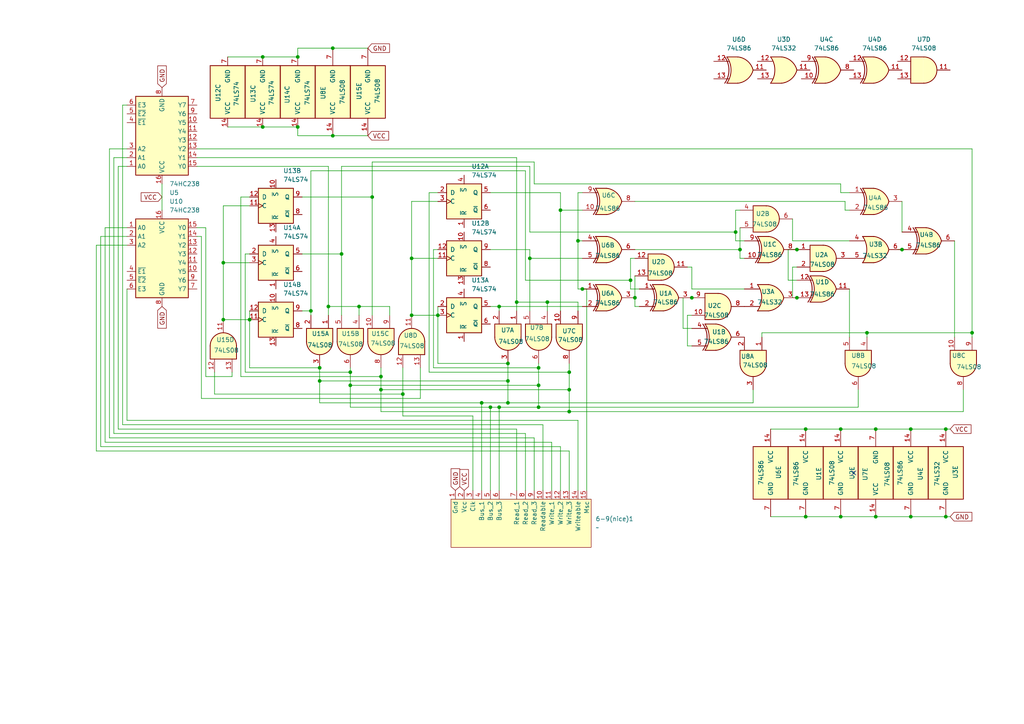
<source format=kicad_sch>
(kicad_sch (version 20250114) (generator "eeschema") (generator_version "9.0")
  (paper "A4")
  (lib_symbols
    (symbol "74xx:74HC238"
      (property "Reference" "U" (at -7.62 13.97 0))
      (property "Value" "74HC238" (at 2.54 -11.43 0))
      (symbol "74HC238_1_1"
        (pin input line (at -10.16 10.16 0) (length 2.54) (name "A0") (number "1"))
        (pin input line (at -10.16 7.62 0) (length 2.54) (name "A1") (number "2"))
        (pin input line (at -10.16 5.08 0) (length 2.54) (name "A2") (number "3"))
        (pin input line (at -10.16 -2.54 0) (length 2.54) (name "~{E1}") (number "4"))
        (pin input line (at -10.16 -5.08 0) (length 2.54) (name "~{E2}") (number "5"))
        (pin input line (at -10.16 -7.62 0) (length 2.54) (name "E3") (number "6"))
        (pin power_in line (at 0 15.24 270) (length 2.54) (name "VCC") (number "16"))
        (pin power_in line (at 0 -12.7 90) (length 2.54) (name "GND") (number "8"))
        (pin output line (at 10.16 10.16 180) (length 2.54) (name "Y0") (number "15"))
        (pin output line (at 10.16 7.62 180) (length 2.54) (name "Y1") (number "14"))
        (pin output line (at 10.16 5.08 180) (length 2.54) (name "Y2") (number "13"))
        (pin output line (at 10.16 2.54 180) (length 2.54) (name "Y3") (number "12"))
        (pin output line (at 10.16 0 180) (length 2.54) (name "Y4") (number "11"))
        (pin output line (at 10.16 -2.54 180) (length 2.54) (name "Y5") (number "10"))
        (pin output line (at 10.16 -5.08 180) (length 2.54) (name "Y6") (number "9"))
        (pin output line (at 10.16 -7.62 180) (length 2.54) (name "Y7") (number "7"))
      )
    )
    (symbol "74xx:74LS08" (pin_names (offset 1.016))
      (property "Reference" "U" (at 0 1.27 0))
      (property "Value" "74LS08" (at 0 -1.27 0))
      (symbol "74LS08_1_1"
        (pin input line (at -7.62 2.54 0) (length 3.81) (name "~") (number "1"))
        (pin input line (at -7.62 -2.54 0) (length 3.81) (name "~") (number "2"))
        (pin output line (at 7.62 0 180) (length 3.81) (name "~") (number "3"))
      )
      (symbol "74LS08_1_2"
        (pin input inverted (at -7.62 2.54 0) (length 4.318) (name "~") (number "1"))
        (pin input inverted (at -7.62 -2.54 0) (length 4.318) (name "~") (number "2"))
        (pin output inverted (at 7.62 0 180) (length 3.81) (name "~") (number "3"))
      )
      (symbol "74LS08_2_1"
        (pin input line (at -7.62 2.54 0) (length 3.81) (name "~") (number "4"))
        (pin input line (at -7.62 -2.54 0) (length 3.81) (name "~") (number "5"))
        (pin output line (at 7.62 0 180) (length 3.81) (name "~") (number "6"))
      )
      (symbol "74LS08_2_2"
        (pin input inverted (at -7.62 2.54 0) (length 4.318) (name "~") (number "4"))
        (pin input inverted (at -7.62 -2.54 0) (length 4.318) (name "~") (number "5"))
        (pin output inverted (at 7.62 0 180) (length 3.81) (name "~") (number "6"))
      )
      (symbol "74LS08_3_1"
        (pin input line (at -7.62 2.54 0) (length 3.81) (name "~") (number "9"))
        (pin input line (at -7.62 -2.54 0) (length 3.81) (name "~") (number "10"))
        (pin output line (at 7.62 0 180) (length 3.81) (name "~") (number "8"))
      )
      (symbol "74LS08_3_2"
        (pin input inverted (at -7.62 2.54 0) (length 4.318) (name "~") (number "9"))
        (pin input inverted (at -7.62 -2.54 0) (length 4.318) (name "~") (number "10"))
        (pin output inverted (at 7.62 0 180) (length 3.81) (name "~") (number "8"))
      )
      (symbol "74LS08_4_1"
        (pin input line (at -7.62 2.54 0) (length 3.81) (name "~") (number "12"))
        (pin input line (at -7.62 -2.54 0) (length 3.81) (name "~") (number "13"))
        (pin output line (at 7.62 0 180) (length 3.81) (name "~") (number "11"))
      )
      (symbol "74LS08_4_2"
        (pin input inverted (at -7.62 2.54 0) (length 4.318) (name "~") (number "12"))
        (pin input inverted (at -7.62 -2.54 0) (length 4.318) (name "~") (number "13"))
        (pin output inverted (at 7.62 0 180) (length 3.81) (name "~") (number "11"))
      )
      (symbol "74LS08_5_0"
        (pin power_in line (at 0 12.7 270) (length 5.08) (name "VCC") (number "14"))
        (pin power_in line (at 0 -12.7 90) (length 5.08) (name "GND") (number "7"))
      )
    )
    (symbol "74xx:74LS32" (pin_names (offset 1.016))
      (property "Reference" "U" (at 0 1.27 0))
      (property "Value" "74LS32" (at 0 -1.27 0))
      (symbol "74LS32_1_1"
        (pin input line (at -7.62 2.54 0) (length 4.318) (name "~") (number "1"))
        (pin input line (at -7.62 -2.54 0) (length 4.318) (name "~") (number "2"))
        (pin output line (at 7.62 0 180) (length 3.81) (name "~") (number "3"))
      )
      (symbol "74LS32_1_2"
        (pin input inverted (at -7.62 2.54 0) (length 3.81) (name "~") (number "1"))
        (pin input inverted (at -7.62 -2.54 0) (length 3.81) (name "~") (number "2"))
        (pin output inverted (at 7.62 0 180) (length 3.81) (name "~") (number "3"))
      )
      (symbol "74LS32_2_1"
        (pin input line (at -7.62 2.54 0) (length 4.318) (name "~") (number "4"))
        (pin input line (at -7.62 -2.54 0) (length 4.318) (name "~") (number "5"))
        (pin output line (at 7.62 0 180) (length 3.81) (name "~") (number "6"))
      )
      (symbol "74LS32_2_2"
        (pin input inverted (at -7.62 2.54 0) (length 3.81) (name "~") (number "4"))
        (pin input inverted (at -7.62 -2.54 0) (length 3.81) (name "~") (number "5"))
        (pin output inverted (at 7.62 0 180) (length 3.81) (name "~") (number "6"))
      )
      (symbol "74LS32_3_1"
        (pin input line (at -7.62 2.54 0) (length 4.318) (name "~") (number "9"))
        (pin input line (at -7.62 -2.54 0) (length 4.318) (name "~") (number "10"))
        (pin output line (at 7.62 0 180) (length 3.81) (name "~") (number "8"))
      )
      (symbol "74LS32_3_2"
        (pin input inverted (at -7.62 2.54 0) (length 3.81) (name "~") (number "9"))
        (pin input inverted (at -7.62 -2.54 0) (length 3.81) (name "~") (number "10"))
        (pin output inverted (at 7.62 0 180) (length 3.81) (name "~") (number "8"))
      )
      (symbol "74LS32_4_1"
        (pin input line (at -7.62 2.54 0) (length 4.318) (name "~") (number "12"))
        (pin input line (at -7.62 -2.54 0) (length 4.318) (name "~") (number "13"))
        (pin output line (at 7.62 0 180) (length 3.81) (name "~") (number "11"))
      )
      (symbol "74LS32_4_2"
        (pin input inverted (at -7.62 2.54 0) (length 3.81) (name "~") (number "12"))
        (pin input inverted (at -7.62 -2.54 0) (length 3.81) (name "~") (number "13"))
        (pin output inverted (at 7.62 0 180) (length 3.81) (name "~") (number "11"))
      )
      (symbol "74LS32_5_0"
        (pin power_in line (at 0 12.7 270) (length 5.08) (name "VCC") (number "14"))
        (pin power_in line (at 0 -12.7 90) (length 5.08) (name "GND") (number "7"))
      )
    )
    (symbol "74xx:74LS74" (pin_names (offset 1.016))
      (property "Reference" "U" (at -7.62 8.89 0))
      (property "Value" "74LS74" (at -7.62 -8.89 0))
      (symbol "74LS74_1_0"
        (pin input line (at -7.62 2.54 0) (length 2.54) (name "D") (number "2"))
        (pin input clock (at -7.62 0 0) (length 2.54) (name "C") (number "3"))
        (pin input line (at 0 7.62 270) (length 2.54) (name "~{S}") (number "4"))
        (pin input line (at 0 -7.62 90) (length 2.54) (name "~{R}") (number "1"))
        (pin output line (at 7.62 2.54 180) (length 2.54) (name "Q") (number "5"))
        (pin output line (at 7.62 -2.54 180) (length 2.54) (name "~{Q}") (number "6"))
      )
      (symbol "74LS74_2_0"
        (pin input line (at -7.62 2.54 0) (length 2.54) (name "D") (number "12"))
        (pin input clock (at -7.62 0 0) (length 2.54) (name "C") (number "11"))
        (pin input line (at 0 7.62 270) (length 2.54) (name "~{S}") (number "10"))
        (pin input line (at 0 -7.62 90) (length 2.54) (name "~{R}") (number "13"))
        (pin output line (at 7.62 2.54 180) (length 2.54) (name "Q") (number "9"))
        (pin output line (at 7.62 -2.54 180) (length 2.54) (name "~{Q}") (number "8"))
      )
      (symbol "74LS74_3_0"
        (pin power_in line (at 0 10.16 270) (length 2.54) (name "VCC") (number "14"))
        (pin power_in line (at 0 -10.16 90) (length 2.54) (name "GND") (number "7"))
      )
    )
    (symbol "74xx:74LS86" (pin_names (offset 1.016))
      (property "Reference" "U" (at 0 1.27 0))
      (property "Value" "74LS86" (at 0 -1.27 0))
      (symbol "74LS86_1_0"
        (pin input line (at -7.62 2.54 0) (length 4.445) (name "~") (number "1"))
        (pin input line (at -7.62 -2.54 0) (length 4.445) (name "~") (number "2"))
        (pin output line (at 7.62 0 180) (length 3.81) (name "~") (number "3"))
      )
      (symbol "74LS86_2_0"
        (pin input line (at -7.62 2.54 0) (length 4.445) (name "~") (number "4"))
        (pin input line (at -7.62 -2.54 0) (length 4.445) (name "~") (number "5"))
        (pin output line (at 7.62 0 180) (length 3.81) (name "~") (number "6"))
      )
      (symbol "74LS86_3_0"
        (pin input line (at -7.62 2.54 0) (length 4.445) (name "~") (number "9"))
        (pin input line (at -7.62 -2.54 0) (length 4.445) (name "~") (number "10"))
        (pin output line (at 7.62 0 180) (length 3.81) (name "~") (number "8"))
      )
      (symbol "74LS86_4_0"
        (pin input line (at -7.62 2.54 0) (length 4.445) (name "~") (number "12"))
        (pin input line (at -7.62 -2.54 0) (length 4.445) (name "~") (number "13"))
        (pin output line (at 7.62 0 180) (length 3.81) (name "~") (number "11"))
      )
      (symbol "74LS86_5_0"
        (pin power_in line (at 0 12.7 270) (length 5.08) (name "VCC") (number "14"))
        (pin power_in line (at 0 -12.7 90) (length 5.08) (name "GND") (number "7"))
      )
    )
    (symbol "PotatoComputerV1:6-9 Connector (nice)"
      (property "Reference" "6-9(nice)" (at 13.716 7.874 90))
      (symbol "6-9 Connector (nice)_1_0"
        (pin unspecified line (at 0 33.02 0) (length 2.54) (name "Write_3") (number "13"))
        (pin unspecified line (at 0 30.48 0) (length 2.54) (name "Write_2") (number "12"))
        (pin unspecified line (at 0 27.94 0) (length 2.54) (name "Write_1") (number "11"))
        (pin unspecified line (at 0 25.4 0) (length 2.54) (name "Readable") (number "10"))
        (pin unspecified line (at 0 22.86 0) (length 2.54) (name "Read_3") (number "9"))
        (pin unspecified line (at 0 20.32 0) (length 2.54) (name "Read_2") (number "8"))
        (pin unspecified line (at 0 17.78 0) (length 2.54) (name "Read_1") (number "7"))
        (pin unspecified line (at 0 12.7 0) (length 2.54) (name "Bus_3") (number "6"))
        (pin unspecified line (at 0 10.16 0) (length 2.54) (name "Bus_2") (number "5"))
        (pin unspecified line (at 0 7.62 0) (length 2.54) (name "Bus_1") (number "4"))
        (pin unspecified line (at 0 5.08 0) (length 2.54) (name "Clk") (number "3"))
        (pin unspecified line (at 0 2.54 0) (length 2.54) (name "Vcc") (number "2"))
        (pin unspecified line (at 0 0 0) (length 2.54) (name "Gnd") (number "1"))
      )
      (symbol "6-9 Connector (nice)_1_1"
        (pin unspecified line (at 0 38.1 0) (length 2.54) (name "Msc") (number "15"))
        (pin unspecified line (at 0 35.56 0) (length 2.54) (name "Writeable") (number "14"))
      )
    )
  )
  (junction (at 86.36 16.51))
  (junction (at 165.1 113.03))
  (junction (at 96.52 39.37))
  (junction (at 168.91 83.82))
  (junction (at 142.24 118.11))
  (junction (at 243.84 124.46))
  (junction (at 147.32 105.41))
  (junction (at 231.14 72.39))
  (junction (at 95.25 88.9))
  (junction (at 200.66 86.36))
  (junction (at 147.32 116.84))
  (junction (at 119.38 91.44))
  (junction (at 101.6 107.95))
  (junction (at 274.32 124.46))
  (junction (at 165.1 107.95))
  (junction (at 156.21 118.11))
  (junction (at 231.14 86.36))
  (junction (at 110.49 109.22))
  (junction (at 110.49 113.03))
  (junction (at 64.77 76.2))
  (junction (at 90.17 90.17))
  (junction (at 76.2 16.51))
  (junction (at 233.68 149.86))
  (junction (at 86.36 36.83))
  (junction (at 144.78 88.9))
  (junction (at 144.78 118.11))
  (junction (at 281.94 96.52))
  (junction (at 233.68 124.46))
  (junction (at 139.7 116.84))
  (junction (at 264.16 149.86))
  (junction (at 243.84 149.86))
  (junction (at 274.32 149.86))
  (junction (at 104.14 88.9))
  (junction (at 165.1 119.38))
  (junction (at 99.06 73.66))
  (junction (at 92.71 106.68))
  (junction (at 149.86 87.63))
  (junction (at 184.15 86.36))
  (junction (at 116.84 114.3))
  (junction (at 64.77 92.71))
  (junction (at 158.75 87.63))
  (junction (at 76.2 36.83))
  (junction (at 96.52 13.97))
  (junction (at 156.21 111.76))
  (junction (at 261.62 72.39))
  (junction (at 264.16 124.46))
  (junction (at 156.21 106.68))
  (junction (at 119.38 74.93))
  (junction (at 72.39 92.71))
  (junction (at 107.95 57.15))
  (junction (at 254 149.86))
  (junction (at 153.67 74.93))
  (junction (at 251.46 96.52))
  (junction (at 92.71 110.49))
  (junction (at 214.63 72.39))
  (junction (at 162.56 60.96))
  (junction (at 127 91.44))
  (junction (at 101.6 111.76))
  (junction (at 147.32 110.49))
  (junction (at 213.36 67.31))
  (junction (at 167.64 69.85))
  (junction (at 182.88 81.28))
  (junction (at 254 124.46))
  (no_connect (at 247.65 137.16))
  (wire (pts (xy 144.78 90.17) (xy 144.78 88.9)))
  (wire (pts (xy 125.73 106.68) (xy 156.21 106.68)))
  (wire (pts (xy 139.7 116.84) (xy 92.71 116.84)))
  (wire (pts (xy 90.17 49.53) (xy 152.4 49.53)))
  (wire (pts (xy 165.1 119.38) (xy 165.1 113.03)))
  (wire (pts (xy 274.32 124.46) (xy 275.59 124.46)))
  (wire (pts (xy 113.03 91.44) (xy 113.03 88.9)))
  (wire (pts (xy 215.9 69.85) (xy 213.36 69.85)))
  (wire (pts (xy 182.88 83.82) (xy 182.88 81.28)))
  (wire (pts (xy 160.02 128.27) (xy 160.02 142.24)))
  (wire (pts (xy 231.14 77.47) (xy 229.87 77.47)))
  (wire (pts (xy 36.83 48.26) (xy 34.29 48.26)))
  (wire (pts (xy 214.63 74.93) (xy 214.63 72.39)))
  (wire (pts (xy 251.46 96.52) (xy 251.46 97.79)))
  (wire (pts (xy 46.99 53.34) (xy 46.99 60.96)))
  (wire (pts (xy 168.91 55.88) (xy 167.64 55.88)))
  (wire (pts (xy 152.4 49.53) (xy 152.4 81.28)))
  (wire (pts (xy 243.84 149.86) (xy 233.68 149.86)))
  (wire (pts (xy 72.39 106.68) (xy 92.71 106.68)))
  (wire (pts (xy 99.06 73.66) (xy 99.06 48.26)))
  (wire (pts (xy 184.15 86.36) (xy 184.15 80.01)))
  (wire (pts (xy 228.6 81.28) (xy 228.6 72.39)))
  (wire (pts (xy 71.12 107.95) (xy 101.6 107.95)))
  (wire (pts (xy 57.15 48.26) (xy 95.25 48.26)))
  (wire (pts (xy 149.86 45.72) (xy 149.86 87.63)))
  (wire (pts (xy 107.95 57.15) (xy 107.95 46.99)))
  (wire (pts (xy 162.56 129.54) (xy 162.56 142.24)))
  (wire (pts (xy 36.83 66.04) (xy 30.48 66.04)))
  (wire (pts (xy 200.66 95.25) (xy 198.12 95.25)))
  (wire (pts (xy 144.78 118.11) (xy 156.21 118.11)))
  (wire (pts (xy 156.21 118.11) (xy 156.21 111.76)))
  (wire (pts (xy 57.15 66.04) (xy 59.69 66.04)))
  (wire (pts (xy 152.4 125.73) (xy 152.4 142.24)))
  (wire (pts (xy 87.63 57.15) (xy 107.95 57.15)))
  (wire (pts (xy 27.94 130.81) (xy 165.1 130.81)))
  (wire (pts (xy 254 124.46) (xy 264.16 124.46)))
  (wire (pts (xy 137.16 120.65) (xy 116.84 120.65)))
  (wire (pts (xy 261.62 72.39) (xy 260.35 72.39)))
  (wire (pts (xy 86.36 13.97) (xy 86.36 16.51)))
  (wire (pts (xy 144.78 88.9) (xy 142.24 88.9)))
  (wire (pts (xy 27.94 71.12) (xy 27.94 130.81)))
  (wire (pts (xy 124.46 55.88) (xy 124.46 107.95)))
  (wire (pts (xy 59.69 109.22) (xy 67.31 109.22)))
  (wire (pts (xy 213.36 67.31) (xy 213.36 60.96)))
  (wire (pts (xy 246.38 55.88) (xy 243.84 55.88)))
  (wire (pts (xy 58.42 115.57) (xy 121.92 115.57)))
  (wire (pts (xy 34.29 48.26) (xy 34.29 124.46)))
  (wire (pts (xy 200.66 83.82) (xy 215.9 83.82)))
  (wire (pts (xy 170.18 83.82) (xy 170.18 142.24)))
  (wire (pts (xy 127 55.88) (xy 124.46 55.88)))
  (wire (pts (xy 124.46 107.95) (xy 165.1 107.95)))
  (wire (pts (xy 200.66 100.33) (xy 199.39 100.33)))
  (wire (pts (xy 101.6 111.76) (xy 101.6 118.11)))
  (wire (pts (xy 261.62 58.42) (xy 261.62 67.31)))
  (wire (pts (xy 245.11 60.96) (xy 246.38 60.96)))
  (wire (pts (xy 149.86 124.46) (xy 149.86 142.24)))
  (wire (pts (xy 64.77 76.2) (xy 64.77 59.69)))
  (wire (pts (xy 254 149.86) (xy 264.16 149.86)))
  (wire (pts (xy 156.21 105.41) (xy 156.21 106.68)))
  (wire (pts (xy 95.25 91.44) (xy 95.25 88.9)))
  (wire (pts (xy 279.4 113.03) (xy 279.4 119.38)))
  (wire (pts (xy 99.06 73.66) (xy 99.06 91.44)))
  (wire (pts (xy 35.56 123.19) (xy 157.48 123.19)))
  (wire (pts (xy 107.95 46.99) (xy 154.94 46.99)))
  (wire (pts (xy 156.21 118.11) (xy 248.92 118.11)))
  (wire (pts (xy 96.52 13.97) (xy 86.36 13.97)))
  (wire (pts (xy 127 72.39) (xy 125.73 72.39)))
  (wire (pts (xy 90.17 90.17) (xy 90.17 49.53)))
  (wire (pts (xy 184.15 72.39) (xy 214.63 72.39)))
  (wire (pts (xy 279.4 119.38) (xy 165.1 119.38)))
  (wire (pts (xy 199.39 100.33) (xy 199.39 91.44)))
  (wire (pts (xy 69.85 109.22) (xy 110.49 109.22)))
  (wire (pts (xy 116.84 106.68) (xy 116.84 114.3)))
  (wire (pts (xy 182.88 74.93) (xy 184.15 74.93)))
  (wire (pts (xy 57.15 43.18) (xy 281.94 43.18)))
  (wire (pts (xy 213.36 60.96) (xy 214.63 60.96)))
  (wire (pts (xy 101.6 111.76) (xy 156.21 111.76)))
  (wire (pts (xy 86.36 36.83) (xy 86.36 39.37)))
  (wire (pts (xy 165.1 119.38) (xy 110.49 119.38)))
  (wire (pts (xy 59.69 66.04) (xy 59.69 109.22)))
  (wire (pts (xy 199.39 91.44) (xy 200.66 91.44)))
  (wire (pts (xy 218.44 116.84) (xy 218.44 113.03)))
  (wire (pts (xy 168.91 83.82) (xy 167.64 83.82)))
  (wire (pts (xy 246.38 83.82) (xy 246.38 97.79)))
  (wire (pts (xy 153.67 90.17) (xy 153.67 74.93)))
  (wire (pts (xy 198.12 86.36) (xy 198.12 95.25)))
  (wire (pts (xy 231.14 81.28) (xy 228.6 81.28)))
  (wire (pts (xy 30.48 128.27) (xy 160.02 128.27)))
  (wire (pts (xy 71.12 73.66) (xy 71.12 107.95)))
  (wire (pts (xy 36.83 43.18) (xy 31.75 43.18)))
  (wire (pts (xy 281.94 43.18) (xy 281.94 96.52)))
  (wire (pts (xy 119.38 58.42) (xy 127 58.42)))
  (wire (pts (xy 127 105.41) (xy 147.32 105.41)))
  (wire (pts (xy 229.87 77.47) (xy 229.87 86.36)))
  (wire (pts (xy 90.17 90.17) (xy 90.17 91.44)))
  (wire (pts (xy 101.6 107.95) (xy 101.6 111.76)))
  (wire (pts (xy 92.71 106.68) (xy 92.71 110.49)))
  (wire (pts (xy 223.52 149.86) (xy 233.68 149.86)))
  (wire (pts (xy 101.6 106.68) (xy 101.6 107.95)))
  (wire (pts (xy 64.77 59.69) (xy 72.39 59.69)))
  (wire (pts (xy 156.21 106.68) (xy 156.21 111.76)))
  (wire (pts (xy 29.21 68.58) (xy 29.21 129.54)))
  (wire (pts (xy 36.83 30.48) (xy 35.56 30.48)))
  (wire (pts (xy 167.64 55.88) (xy 167.64 69.85)))
  (wire (pts (xy 220.98 96.52) (xy 251.46 96.52)))
  (wire (pts (xy 215.9 74.93) (xy 214.63 74.93)))
  (wire (pts (xy 149.86 87.63) (xy 158.75 87.63)))
  (wire (pts (xy 36.83 83.82) (xy 36.83 121.92)))
  (wire (pts (xy 64.77 92.71) (xy 72.39 92.71)))
  (wire (pts (xy 142.24 118.11) (xy 142.24 142.24)))
  (wire (pts (xy 31.75 127) (xy 154.94 127)))
  (wire (pts (xy 36.83 121.92) (xy 167.64 121.92)))
  (wire (pts (xy 116.84 120.65) (xy 116.84 114.3)))
  (wire (pts (xy 185.42 83.82) (xy 182.88 83.82)))
  (wire (pts (xy 127 88.9) (xy 127 91.44)))
  (wire (pts (xy 281.94 96.52) (xy 251.46 96.52)))
  (wire (pts (xy 165.1 130.81) (xy 165.1 142.24)))
  (wire (pts (xy 137.16 142.24) (xy 137.16 120.65)))
  (wire (pts (xy 29.21 129.54) (xy 162.56 129.54)))
  (wire (pts (xy 67.31 109.22) (xy 67.31 107.95)))
  (wire (pts (xy 184.15 88.9) (xy 184.15 86.36)))
  (wire (pts (xy 62.23 114.3) (xy 62.23 107.95)))
  (wire (pts (xy 110.49 109.22) (xy 110.49 113.03)))
  (wire (pts (xy 154.94 127) (xy 154.94 142.24)))
  (wire (pts (xy 30.48 66.04) (xy 30.48 128.27)))
  (wire (pts (xy 229.87 69.85) (xy 229.87 63.5)))
  (wire (pts (xy 248.92 118.11) (xy 248.92 113.03)))
  (wire (pts (xy 167.64 121.92) (xy 167.64 142.24)))
  (wire (pts (xy 72.39 57.15) (xy 69.85 57.15)))
  (wire (pts (xy 165.1 107.95) (xy 165.1 105.41)))
  (wire (pts (xy 185.42 88.9) (xy 184.15 88.9)))
  (wire (pts (xy 144.78 88.9) (xy 168.91 88.9)))
  (wire (pts (xy 243.84 149.86) (xy 254 149.86)))
  (wire (pts (xy 167.64 69.85) (xy 167.64 83.82)))
  (wire (pts (xy 152.4 81.28) (xy 182.88 81.28)))
  (wire (pts (xy 153.67 72.39) (xy 142.24 72.39)))
  (wire (pts (xy 184.15 58.42) (xy 245.11 58.42)))
  (wire (pts (xy 92.71 110.49) (xy 147.32 110.49)))
  (wire (pts (xy 243.84 124.46) (xy 233.68 124.46)))
  (wire (pts (xy 66.04 36.83) (xy 76.2 36.83)))
  (wire (pts (xy 34.29 124.46) (xy 149.86 124.46)))
  (wire (pts (xy 76.2 36.83) (xy 86.36 36.83)))
  (wire (pts (xy 106.68 13.97) (xy 96.52 13.97)))
  (wire (pts (xy 147.32 116.84) (xy 218.44 116.84)))
  (wire (pts (xy 31.75 43.18) (xy 31.75 127)))
  (wire (pts (xy 167.64 69.85) (xy 168.91 69.85)))
  (wire (pts (xy 64.77 92.71) (xy 64.77 76.2)))
  (wire (pts (xy 245.11 58.42) (xy 245.11 60.96)))
  (wire (pts (xy 153.67 74.93) (xy 168.91 74.93)))
  (wire (pts (xy 213.36 69.85) (xy 213.36 67.31)))
  (wire (pts (xy 162.56 60.96) (xy 162.56 90.17)))
  (wire (pts (xy 87.63 73.66) (xy 99.06 73.66)))
  (wire (pts (xy 199.39 77.47) (xy 200.66 77.47)))
  (wire (pts (xy 36.83 68.58) (xy 29.21 68.58)))
  (wire (pts (xy 64.77 76.2) (xy 72.39 76.2)))
  (wire (pts (xy 119.38 91.44) (xy 127 91.44)))
  (wire (pts (xy 154.94 46.99) (xy 154.94 53.34)))
  (wire (pts (xy 119.38 74.93) (xy 119.38 58.42)))
  (wire (pts (xy 243.84 55.88) (xy 243.84 53.34)))
  (wire (pts (xy 162.56 60.96) (xy 168.91 60.96)))
  (wire (pts (xy 220.98 97.79) (xy 220.98 96.52)))
  (wire (pts (xy 33.02 125.73) (xy 152.4 125.73)))
  (wire (pts (xy 87.63 90.17) (xy 90.17 90.17)))
  (wire (pts (xy 157.48 123.19) (xy 157.48 142.24)))
  (wire (pts (xy 72.39 92.71) (xy 72.39 106.68)))
  (wire (pts (xy 281.94 97.79) (xy 281.94 96.52)))
  (wire (pts (xy 153.67 74.93) (xy 153.67 72.39)))
  (wire (pts (xy 165.1 113.03) (xy 165.1 107.95)))
  (wire (pts (xy 110.49 119.38) (xy 110.49 113.03)))
  (wire (pts (xy 95.25 88.9) (xy 104.14 88.9)))
  (wire (pts (xy 72.39 73.66) (xy 71.12 73.66)))
  (wire (pts (xy 264.16 124.46) (xy 274.32 124.46)))
  (wire (pts (xy 158.75 87.63) (xy 167.64 87.63)))
  (wire (pts (xy 116.84 114.3) (xy 62.23 114.3)))
  (wire (pts (xy 69.85 57.15) (xy 69.85 109.22)))
  (wire (pts (xy 119.38 74.93) (xy 127 74.93)))
  (wire (pts (xy 72.39 90.17) (xy 72.39 92.71)))
  (wire (pts (xy 198.12 86.36) (xy 200.66 86.36)))
  (wire (pts (xy 144.78 118.11) (xy 144.78 142.24)))
  (wire (pts (xy 243.84 124.46) (xy 254 124.46)))
  (wire (pts (xy 57.15 68.58) (xy 58.42 68.58)))
  (wire (pts (xy 36.83 45.72) (xy 33.02 45.72)))
  (wire (pts (xy 142.24 55.88) (xy 162.56 55.88)))
  (wire (pts (xy 86.36 39.37) (xy 96.52 39.37)))
  (wire (pts (xy 127 91.44) (xy 127 105.41)))
  (wire (pts (xy 153.67 67.31) (xy 213.36 67.31)))
  (wire (pts (xy 92.71 116.84) (xy 92.71 110.49)))
  (wire (pts (xy 147.32 116.84) (xy 139.7 116.84)))
  (wire (pts (xy 101.6 118.11) (xy 142.24 118.11)))
  (wire (pts (xy 96.52 39.37) (xy 106.68 39.37)))
  (wire (pts (xy 223.52 124.46) (xy 233.68 124.46)))
  (wire (pts (xy 35.56 30.48) (xy 35.56 123.19)))
  (wire (pts (xy 36.83 71.12) (xy 27.94 71.12)))
  (wire (pts (xy 76.2 16.51) (xy 86.36 16.51)))
  (wire (pts (xy 110.49 106.68) (xy 110.49 109.22)))
  (wire (pts (xy 66.04 16.51) (xy 76.2 16.51)))
  (wire (pts (xy 142.24 118.11) (xy 144.78 118.11)))
  (wire (pts (xy 158.75 87.63) (xy 158.75 90.17)))
  (wire (pts (xy 154.94 53.34) (xy 243.84 53.34)))
  (wire (pts (xy 229.87 69.85) (xy 246.38 69.85)))
  (wire (pts (xy 170.18 83.82) (xy 168.91 83.82)))
  (wire (pts (xy 276.86 69.85) (xy 276.86 97.79)))
  (wire (pts (xy 95.25 48.26) (xy 95.25 88.9)))
  (wire (pts (xy 229.87 86.36) (xy 231.14 86.36)))
  (wire (pts (xy 139.7 116.84) (xy 139.7 142.24)))
  (wire (pts (xy 99.06 48.26) (xy 153.67 48.26)))
  (wire (pts (xy 125.73 72.39) (xy 125.73 106.68)))
  (wire (pts (xy 33.02 45.72) (xy 33.02 125.73)))
  (wire (pts (xy 153.67 48.26) (xy 153.67 67.31)))
  (wire (pts (xy 200.66 77.47) (xy 200.66 83.82)))
  (wire (pts (xy 182.88 81.28) (xy 182.88 74.93)))
  (wire (pts (xy 162.56 55.88) (xy 162.56 60.96)))
  (wire (pts (xy 57.15 45.72) (xy 149.86 45.72)))
  (wire (pts (xy 275.59 149.86) (xy 274.32 149.86)))
  (wire (pts (xy 119.38 91.44) (xy 119.38 74.93)))
  (wire (pts (xy 149.86 90.17) (xy 149.86 87.63)))
  (wire (pts (xy 104.14 88.9) (xy 104.14 91.44)))
  (wire (pts (xy 58.42 68.58) (xy 58.42 115.57)))
  (wire (pts (xy 121.92 115.57) (xy 121.92 106.68)))
  (wire (pts (xy 110.49 113.03) (xy 165.1 113.03)))
  (wire (pts (xy 147.32 110.49) (xy 147.32 105.41)))
  (wire (pts (xy 113.03 88.9) (xy 104.14 88.9)))
  (wire (pts (xy 167.64 87.63) (xy 167.64 90.17)))
  (wire (pts (xy 214.63 72.39) (xy 214.63 66.04)))
  (wire (pts (xy 228.6 72.39) (xy 231.14 72.39)))
  (wire (pts (xy 274.32 149.86) (xy 264.16 149.86)))
  (wire (pts (xy 147.32 110.49) (xy 147.32 116.84)))
  (wire (pts (xy 107.95 57.15) (xy 107.95 91.44)))
  (global_label "VCC" (shape input) (at 275.59 124.46 0) (property "Intersheetrefs" "${INTERSHEET_REFS}" (effects (hide yes))))
  (global_label "GND" (shape input) (at 275.59 149.86 0) (property "Intersheetrefs" "${INTERSHEET_REFS}" (effects (hide yes))))
  (global_label "VCC" (shape input) (at 106.68 39.37 0) (property "Intersheetrefs" "${INTERSHEET_REFS}" (effects (hide yes))))
  (global_label "VCC" (shape input) (at 134.62 142.24 90) (property "Intersheetrefs" "${INTERSHEET_REFS}" (effects (hide yes))))
  (global_label "GND" (shape input) (at 106.68 13.97 0) (property "Intersheetrefs" "${INTERSHEET_REFS}" (effects (hide yes))))
  (global_label "VCC" (shape input) (at 46.99 57.15 180) (property "Intersheetrefs" "${INTERSHEET_REFS}" (effects (hide yes))))
  (global_label "GND" (shape input) (at 46.99 25.4 90) (property "Intersheetrefs" "${INTERSHEET_REFS}" (effects (hide yes))))
  (global_label "GND" (shape input) (at 46.99 88.9 270) (property "Intersheetrefs" "${INTERSHEET_REFS}" (effects (hide yes))))
  (global_label "GND" (shape input) (at 132.08 142.24 90) (property "Intersheetrefs" "${INTERSHEET_REFS}" (effects (hide yes))))
  (symbol (lib_id "74xx:74LS86") (at 269.24 69.85 0) (unit 2)
    (property "Reference" "U4" (at 268.732 68.072 0))
    (property "Value" "74LS86" (at 269.24 71.12 0))
    (property "Footprint" "Package_DIP:DIP-14_W7.62mm" (effects (hide yes)))
    (property "Datasheet" "74xx/74ls86.pdf" (effects (hide yes)))
    (property "Description" "Quad 2-input XOR" (effects (hide yes)))
  )
  (symbol (lib_id "74xx:74LS08") (at 267.97 20.32 0) (unit 4)
    (property "Reference" "U7" (at 267.9617 11.43 0))
    (property "Value" "74LS08" (at 267.9617 13.97 0))
    (property "Footprint" "Package_DIP:DIP-14_W7.62mm" (effects (hide yes)))
    (property "Datasheet" "http://www.ti.com/lit/gpn/sn74LS08" (effects (hide yes)))
    (property "Description" "Quad And2" (effects (hide yes)))
  )
  (symbol (lib_id "74xx:74LS08") (at 218.44 105.41 270) (unit 1)
    (property "Reference" "U8" (at 214.884 103.378 90) (effects (justify left)))
    (property "Value" "74LS08" (at 215.392 105.918 90) (effects (justify left)))
    (property "Footprint" "Package_DIP:DIP-14_W7.62mm" (effects (hide yes)))
    (property "Datasheet" "http://www.ti.com/lit/gpn/sn74LS08" (effects (hide yes)))
    (property "Description" "Quad And2" (effects (hide yes)))
  )
  (symbol (lib_id "74xx:74LS08") (at 106.68 26.67 180) (unit 5)
    (property "Reference" "U15" (at 104.14 26.416 90))
    (property "Value" "74LS08" (at 109.474 26.416 90))
    (property "Footprint" "Package_DIP:DIP-14_W7.62mm" (effects (hide yes)))
    (property "Datasheet" "http://www.ti.com/lit/gpn/sn74LS08" (effects (hide yes)))
    (property "Description" "Quad And2" (effects (hide yes)))
  )
  (symbol (lib_id "74xx:74LS86") (at 176.53 86.36 0) (unit 1)
    (property "Reference" "U6" (at 176.276 85.09 0))
    (property "Value" "74LS86" (at 176.276 87.884 0))
    (property "Footprint" "Package_DIP:DIP-14_W7.62mm" (effects (hide yes)))
    (property "Datasheet" "74xx/74ls86.pdf" (effects (hide yes)))
    (property "Description" "Quad 2-input XOR" (effects (hide yes)))
  )
  (symbol (lib_id "74xx:74LS08") (at 279.4 105.41 270) (unit 3)
    (property "Reference" "U8" (at 276.098 103.124 90) (effects (justify left)))
    (property "Value" "74LS08" (at 277.368 106.426 90) (effects (justify left)))
    (property "Footprint" "Package_DIP:DIP-14_W7.62mm" (effects (hide yes)))
    (property "Datasheet" "http://www.ti.com/lit/gpn/sn74LS08" (effects (hide yes)))
    (property "Description" "Quad And2" (effects (hide yes)))
  )
  (symbol (lib_id "74xx:74LS74") (at 80.01 59.69 0) (unit 2)
    (property "Reference" "U13" (at 82.1533 49.53 0) (effects (justify left)))
    (property "Value" "74LS74" (at 82.1533 52.07 0) (effects (justify left)))
    (property "Footprint" "Package_DIP:DIP-14_W7.62mm" (effects (hide yes)))
    (property "Datasheet" "74xx/74hc_hct74.pdf" (effects (hide yes)))
    (property "Description" "Dual D Flip-flop, Set & Reset" (effects (hide yes)))
  )
  (symbol (lib_id "PotatoComputerV1:6-9 Connector (nice)") (at 132.08 142.24 270) (unit 1)
    (property "Reference" "6-9(nice)1" (at 172.72 150.4949 90) (effects (justify left)))
    (property "Value" "~" (at 172.72 153.0349 90) (effects (justify left)))
    (property "Footprint" "Connector_PinHeader_2.54mm:PinHeader_1x15_P2.54mm_Vertical" (effects (hide yes)))
  )
  (symbol (lib_id "74xx:74LS86") (at 214.63 20.32 0) (unit 4)
    (property "Reference" "U6" (at 214.3252 11.43 0))
    (property "Value" "74LS86" (at 214.3252 13.97 0))
    (property "Footprint" "Package_DIP:DIP-14_W7.62mm" (effects (hide yes)))
    (property "Datasheet" "74xx/74ls86.pdf" (effects (hide yes)))
    (property "Description" "Quad 2-input XOR" (effects (hide yes)))
  )
  (symbol (lib_id "74xx:74LS08") (at 208.28 88.9 0) (unit 3)
    (property "Reference" "U2" (at 207.264 88.646 0))
    (property "Value" "74LS08" (at 207.772 91.44 0))
    (property "Footprint" "Package_DIP:DIP-14_W7.62mm" (effects (hide yes)))
    (property "Datasheet" "http://www.ti.com/lit/gpn/sn74LS08" (effects (hide yes)))
    (property "Description" "Quad And2" (effects (hide yes)))
  )
  (symbol (lib_id "74xx:74LS74") (at 66.04 26.67 180) (unit 3)
    (property "Reference" "U12" (at 63.246 26.924 90))
    (property "Value" "74LS74" (at 68.58 27.178 90))
    (property "Footprint" "Package_DIP:DIP-14_W7.62mm" (effects (hide yes)))
    (property "Datasheet" "74xx/74hc_hct74.pdf" (effects (hide yes)))
    (property "Description" "Dual D Flip-flop, Set & Reset" (effects (hide yes)))
  )
  (symbol (lib_id "74xx:74LS86") (at 254 58.42 0) (unit 1)
    (property "Reference" "U4" (at 253.746 57.404 0))
    (property "Value" "74LS86" (at 254 60.198 0))
    (property "Footprint" "Package_DIP:DIP-14_W7.62mm" (effects (hide yes)))
    (property "Datasheet" "74xx/74ls86.pdf" (effects (hide yes)))
    (property "Description" "Quad 2-input XOR" (effects (hide yes)))
  )
  (symbol (lib_id "74xx:74LS86") (at 233.68 137.16 0) (unit 5)
    (property "Reference" "U1" (at 237.49 137.414 90))
    (property "Value" "74LS86" (at 230.886 137.414 90))
    (property "Footprint" "Package_DIP:DIP-14_W7.62mm" (effects (hide yes)))
    (property "Datasheet" "74xx/74ls86.pdf" (effects (hide yes)))
    (property "Description" "Quad 2-input XOR" (effects (hide yes)))
  )
  (symbol (lib_id "74xx:74LS32") (at 223.52 86.36 0) (unit 1)
    (property "Reference" "U3" (at 222.758 84.582 0))
    (property "Value" "74LS32" (at 223.266 87.63 0))
    (property "Footprint" "Package_DIP:DIP-14_W7.62mm" (effects (hide yes)))
    (property "Datasheet" "http://www.ti.com/lit/gpn/sn74LS32" (effects (hide yes)))
    (property "Description" "Quad 2-input OR" (effects (hide yes)))
  )
  (symbol (lib_id "74xx:74LS86") (at 176.53 72.39 0) (unit 2)
    (property "Reference" "U6" (at 176.276 71.12 0))
    (property "Value" "74LS86" (at 176.276 74.168 0))
    (property "Footprint" "Package_DIP:DIP-14_W7.62mm" (effects (hide yes)))
    (property "Datasheet" "74xx/74ls86.pdf" (effects (hide yes)))
    (property "Description" "Quad 2-input XOR" (effects (hide yes)))
  )
  (symbol (lib_id "74xx:74LS08") (at 254 137.16 180) (unit 5)
    (property "Reference" "U7" (at 250.952 139.446 90) (effects (justify right)))
    (property "Value" "74LS08" (at 257.302 141.224 90) (effects (justify right)))
    (property "Footprint" "Package_DIP:DIP-14_W7.62mm" (effects (hide yes)))
    (property "Datasheet" "http://www.ti.com/lit/gpn/sn74LS08" (effects (hide yes)))
    (property "Description" "Quad And2" (effects (hide yes)))
  )
  (symbol (lib_id "74xx:74LS74") (at 80.01 76.2 0) (unit 1)
    (property "Reference" "U14" (at 82.1533 66.04 0) (effects (justify left)))
    (property "Value" "74LS74" (at 82.1533 68.58 0) (effects (justify left)))
    (property "Footprint" "Package_DIP:DIP-14_W7.62mm" (effects (hide yes)))
    (property "Datasheet" "74xx/74hc_hct74.pdf" (effects (hide yes)))
    (property "Description" "Dual D Flip-flop, Set & Reset" (effects (hide yes)))
  )
  (symbol (lib_id "74xx:74LS08") (at 165.1 97.79 270) (unit 3)
    (property "Reference" "U7" (at 163.068 96.012 90) (effects (justify left)))
    (property "Value" "74LS08" (at 161.798 98.552 90) (effects (justify left)))
    (property "Footprint" "Package_DIP:DIP-14_W7.62mm" (effects (hide yes)))
    (property "Datasheet" "http://www.ti.com/lit/gpn/sn74LS08" (effects (hide yes)))
    (property "Description" "Quad And2" (effects (hide yes)))
  )
  (symbol (lib_id "74xx:74LS86") (at 193.04 86.36 0) (unit 1)
    (property "Reference" "U1" (at 193.04 85.09 0))
    (property "Value" "74LS86" (at 193.04 87.63 0))
    (property "Footprint" "Package_DIP:DIP-14_W7.62mm" (effects (hide yes)))
    (property "Datasheet" "74xx/74ls86.pdf" (effects (hide yes)))
    (property "Description" "Quad 2-input XOR" (effects (hide yes)))
  )
  (symbol (lib_id "74xx:74LS08") (at 101.6 99.06 270) (unit 2)
    (property "Reference" "U15" (at 99.06 96.774 90) (effects (justify left)))
    (property "Value" "74LS08" (at 98.044 99.822 90) (effects (justify left)))
    (property "Footprint" "Package_DIP:DIP-14_W7.62mm" (effects (hide yes)))
    (property "Datasheet" "http://www.ti.com/lit/gpn/sn74LS08" (effects (hide yes)))
    (property "Description" "Quad And2" (effects (hide yes)))
  )
  (symbol (lib_id "74xx:74LS74") (at 80.01 92.71 0) (unit 2)
    (property "Reference" "U14" (at 82.1533 82.55 0) (effects (justify left)))
    (property "Value" "74LS74" (at 82.1533 85.09 0) (effects (justify left)))
    (property "Footprint" "Package_DIP:DIP-14_W7.62mm" (effects (hide yes)))
    (property "Datasheet" "74xx/74hc_hct74.pdf" (effects (hide yes)))
    (property "Description" "Dual D Flip-flop, Set & Reset" (effects (hide yes)))
  )
  (symbol (lib_id "74xx:74LS74") (at 134.62 58.42 0) (unit 1)
    (property "Reference" "U12" (at 136.7633 48.26 0) (effects (justify left)))
    (property "Value" "74LS74" (at 136.7633 50.8 0) (effects (justify left)))
    (property "Footprint" "Package_DIP:DIP-14_W7.62mm" (effects (hide yes)))
    (property "Datasheet" "74xx/74hc_hct74.pdf" (effects (hide yes)))
    (property "Description" "Dual D Flip-flop, Set & Reset" (effects (hide yes)))
  )
  (symbol (lib_id "74xx:74LS74") (at 134.62 74.93 0) (unit 2)
    (property "Reference" "U12" (at 136.7633 64.77 0) (effects (justify left)))
    (property "Value" "74LS74" (at 136.7633 67.31 0) (effects (justify left)))
    (property "Footprint" "Package_DIP:DIP-14_W7.62mm" (effects (hide yes)))
    (property "Datasheet" "74xx/74hc_hct74.pdf" (effects (hide yes)))
    (property "Description" "Dual D Flip-flop, Set & Reset" (effects (hide yes)))
  )
  (symbol (lib_id "74xx:74LS74") (at 76.2 26.67 180) (unit 3)
    (property "Reference" "U13" (at 73.406 27.178 90))
    (property "Value" "74LS74" (at 78.74 26.924 90))
    (property "Footprint" "Package_DIP:DIP-14_W7.62mm" (effects (hide yes)))
    (property "Datasheet" "74xx/74hc_hct74.pdf" (effects (hide yes)))
    (property "Description" "Dual D Flip-flop, Set & Reset" (effects (hide yes)))
  )
  (symbol (lib_id "74xx:74LS86") (at 238.76 83.82 0) (unit 4)
    (property "Reference" "U1" (at 238.506 81.788 0))
    (property "Value" "74LS86" (at 238.506 85.344 0))
    (property "Footprint" "Package_DIP:DIP-14_W7.62mm" (effects (hide yes)))
    (property "Datasheet" "74xx/74ls86.pdf" (effects (hide yes)))
    (property "Description" "Quad 2-input XOR" (effects (hide yes)))
  )
  (symbol (lib_id "74xx:74LS08") (at 110.49 99.06 270) (unit 3)
    (property "Reference" "U15" (at 107.696 96.774 90) (effects (justify left)))
    (property "Value" "74LS08" (at 107.442 99.568 90) (effects (justify left)))
    (property "Footprint" "Package_DIP:DIP-14_W7.62mm" (effects (hide yes)))
    (property "Datasheet" "http://www.ti.com/lit/gpn/sn74LS08" (effects (hide yes)))
    (property "Description" "Quad And2" (effects (hide yes)))
  )
  (symbol (lib_id "74xx:74LS08") (at 92.71 99.06 270) (unit 1)
    (property "Reference" "U15" (at 90.424 96.774 90) (effects (justify left)))
    (property "Value" "74LS08" (at 89.154 100.076 90) (effects (justify left)))
    (property "Footprint" "Package_DIP:DIP-14_W7.62mm" (effects (hide yes)))
    (property "Datasheet" "http://www.ti.com/lit/gpn/sn74LS08" (effects (hide yes)))
    (property "Description" "Quad And2" (effects (hide yes)))
  )
  (symbol (lib_id "74xx:74LS86") (at 223.52 137.16 0) (unit 5)
    (property "Reference" "U6" (at 225.806 138.938 90) (effects (justify left)))
    (property "Value" "74LS86" (at 220.726 140.716 90) (effects (justify left)))
    (property "Footprint" "Package_DIP:DIP-14_W7.62mm" (effects (hide yes)))
    (property "Datasheet" "74xx/74ls86.pdf" (effects (hide yes)))
    (property "Description" "Quad 2-input XOR" (effects (hide yes)))
  )
  (symbol (lib_id "74xx:74LS86") (at 176.53 58.42 0) (unit 3)
    (property "Reference" "U6" (at 176.53 56.642 0))
    (property "Value" "74LS86" (at 176.276 60.452 0))
    (property "Footprint" "Package_DIP:DIP-14_W7.62mm" (effects (hide yes)))
    (property "Datasheet" "74xx/74ls86.pdf" (effects (hide yes)))
    (property "Description" "Quad 2-input XOR" (effects (hide yes)))
  )
  (symbol (lib_id "74xx:74LS86") (at 223.52 72.39 0) (unit 3)
    (property "Reference" "U1" (at 223.266 70.866 0))
    (property "Value" "74LS86" (at 223.266 73.914 0))
    (property "Footprint" "Package_DIP:DIP-14_W7.62mm" (effects (hide yes)))
    (property "Datasheet" "74xx/74ls86.pdf" (effects (hide yes)))
    (property "Description" "Quad 2-input XOR" (effects (hide yes)))
  )
  (symbol (lib_id "74xx:74LS74") (at 134.62 91.44 0) (unit 1)
    (property "Reference" "U13" (at 136.7633 81.28 0) (effects (justify left)))
    (property "Value" "74LS74" (at 136.7633 83.82 0) (effects (justify left)))
    (property "Footprint" "Package_DIP:DIP-14_W7.62mm" (effects (hide yes)))
    (property "Datasheet" "74xx/74hc_hct74.pdf" (effects (hide yes)))
    (property "Description" "Dual D Flip-flop, Set & Reset" (effects (hide yes)))
  )
  (symbol (lib_id "74xx:74LS86") (at 254 20.32 0) (unit 4)
    (property "Reference" "U4" (at 253.6952 11.43 0))
    (property "Value" "74LS86" (at 253.6952 13.97 0))
    (property "Footprint" "Package_DIP:DIP-14_W7.62mm" (effects (hide yes)))
    (property "Datasheet" "74xx/74ls86.pdf" (effects (hide yes)))
    (property "Description" "Quad 2-input XOR" (effects (hide yes)))
  )
  (symbol (lib_id "74xx:74HC238") (at 46.99 38.1 0) (mirror x) (unit 1)
    (property "Reference" "U5" (at 49.1333 55.88 0) (effects (justify left)))
    (property "Value" "74HC238" (at 49.1333 53.34 0) (effects (justify left)))
    (property "Footprint" "Package_DIP:DIP-16_W7.62mm" (effects (hide yes)))
    (property "Datasheet" "https://www.ti.com/lit/ds/symlink/cd74hc238.pdf" (effects (hide yes)))
    (property "Description" "3-to-8 line decoder/multiplexer, DIP-16/SOIC-16/SSOP-16" (effects (hide yes)))
  )
  (symbol (lib_id "74xx:74LS32") (at 254 72.39 0) (unit 2)
    (property "Reference" "U3" (at 254 70.866 0))
    (property "Value" "74LS32" (at 253.746 74.168 0))
    (property "Footprint" "Package_DIP:DIP-14_W7.62mm" (effects (hide yes)))
    (property "Datasheet" "http://www.ti.com/lit/gpn/sn74LS32" (effects (hide yes)))
    (property "Description" "Quad 2-input OR" (effects (hide yes)))
  )
  (symbol (lib_id "74xx:74LS08") (at 243.84 137.16 0) (unit 5)
    (property "Reference" "U2" (at 247.142 137.16 90))
    (property "Value" "74LS08" (at 241.3 137.16 90))
    (property "Footprint" "Package_DIP:DIP-14_W7.62mm" (effects (hide yes)))
    (property "Datasheet" "http://www.ti.com/lit/gpn/sn74LS08" (effects (hide yes)))
    (property "Description" "Quad And2" (effects (hide yes)))
  )
  (symbol (lib_id "74xx:74HC238") (at 46.99 76.2 0) (unit 1)
    (property "Reference" "U10" (at 49.1333 58.42 0) (effects (justify left)))
    (property "Value" "74HC238" (at 49.1333 60.96 0) (effects (justify left)))
    (property "Footprint" "Package_DIP:DIP-16_W7.62mm" (effects (hide yes)))
    (property "Datasheet" "https://www.ti.com/lit/ds/symlink/cd74hc238.pdf" (effects (hide yes)))
    (property "Description" "3-to-8 line decoder/multiplexer, DIP-16/SOIC-16/SSOP-16" (effects (hide yes)))
  )
  (symbol (lib_id "74xx:74LS08") (at 191.77 77.47 0) (unit 4)
    (property "Reference" "U2" (at 191.008 75.946 0))
    (property "Value" "74LS08" (at 191.516 79.248 0))
    (property "Footprint" "Package_DIP:DIP-14_W7.62mm" (effects (hide yes)))
    (property "Datasheet" "http://www.ti.com/lit/gpn/sn74LS08" (effects (hide yes)))
    (property "Description" "Quad And2" (effects (hide yes)))
  )
  (symbol (lib_id "74xx:74LS32") (at 274.32 137.16 0) (unit 5)
    (property "Reference" "U3" (at 277.114 136.906 90))
    (property "Value" "74LS32" (at 271.78 137.414 90))
    (property "Footprint" "Package_DIP:DIP-14_W7.62mm" (effects (hide yes)))
    (property "Datasheet" "http://www.ti.com/lit/gpn/sn74LS32" (effects (hide yes)))
    (property "Description" "Quad 2-input OR" (effects (hide yes)))
  )
  (symbol (lib_id "74xx:74LS08") (at 147.32 97.79 270) (unit 1)
    (property "Reference" "U7" (at 145.288 95.758 90) (effects (justify left)))
    (property "Value" "74LS08" (at 144.526 99.06 90) (effects (justify left)))
    (property "Footprint" "Package_DIP:DIP-14_W7.62mm" (effects (hide yes)))
    (property "Datasheet" "http://www.ti.com/lit/gpn/sn74LS08" (effects (hide yes)))
    (property "Description" "Quad And2" (effects (hide yes)))
  )
  (symbol (lib_id "74xx:74LS08") (at 248.92 105.41 270) (unit 2)
    (property "Reference" "U8" (at 246.888 103.124 90) (effects (justify left)))
    (property "Value" "74LS08" (at 246.888 106.172 90) (effects (justify left)))
    (property "Footprint" "Package_DIP:DIP-14_W7.62mm" (effects (hide yes)))
    (property "Datasheet" "http://www.ti.com/lit/gpn/sn74LS08" (effects (hide yes)))
    (property "Description" "Quad And2" (effects (hide yes)))
  )
  (symbol (lib_id "74xx:74LS08") (at 119.38 99.06 90) (unit 4)
    (property "Reference" "U8" (at 117.094 97.282 90) (effects (justify right)))
    (property "Value" "74LS08" (at 115.824 100.33 90) (effects (justify right)))
    (property "Footprint" "Package_DIP:DIP-14_W7.62mm" (effects (hide yes)))
    (property "Datasheet" "http://www.ti.com/lit/gpn/sn74LS08" (effects (hide yes)))
    (property "Description" "Quad And2" (effects (hide yes)))
  )
  (symbol (lib_id "74xx:74LS32") (at 227.33 20.32 0) (unit 4)
    (property "Reference" "U3" (at 227.33 11.43 0))
    (property "Value" "74LS32" (at 227.33 13.97 0))
    (property "Footprint" "Package_DIP:DIP-14_W7.62mm" (effects (hide yes)))
    (property "Datasheet" "http://www.ti.com/lit/gpn/sn74LS32" (effects (hide yes)))
    (property "Description" "Quad 2-input OR" (effects (hide yes)))
  )
  (symbol (lib_id "74xx:74LS08") (at 238.76 74.93 0) (unit 1)
    (property "Reference" "U2" (at 238.252 73.914 0))
    (property "Value" "74LS08" (at 238.506 76.708 0))
    (property "Footprint" "Package_DIP:DIP-14_W7.62mm" (effects (hide yes)))
    (property "Datasheet" "http://www.ti.com/lit/gpn/sn74LS08" (effects (hide yes)))
    (property "Description" "Quad And2" (effects (hide yes)))
  )
  (symbol (lib_id "74xx:74LS86") (at 208.28 97.79 0) (unit 2)
    (property "Reference" "U1" (at 208.534 96.266 0))
    (property "Value" "74LS86" (at 207.772 99.06 0))
    (property "Footprint" "Package_DIP:DIP-14_W7.62mm" (effects (hide yes)))
    (property "Datasheet" "74xx/74ls86.pdf" (effects (hide yes)))
    (property "Description" "Quad 2-input XOR" (effects (hide yes)))
  )
  (symbol (lib_id "74xx:74LS86") (at 264.16 137.16 0) (unit 5)
    (property "Reference" "U4" (at 266.954 137.414 90))
    (property "Value" "74LS86" (at 261.112 137.16 90))
    (property "Footprint" "Package_DIP:DIP-14_W7.62mm" (effects (hide yes)))
    (property "Datasheet" "74xx/74ls86.pdf" (effects (hide yes)))
    (property "Description" "Quad 2-input XOR" (effects (hide yes)))
  )
  (symbol (lib_id "74xx:74LS08") (at 222.25 63.5 0) (unit 2)
    (property "Reference" "U2" (at 221.234 61.976 0))
    (property "Value" "74LS08" (at 221.742 65.024 0))
    (property "Footprint" "Package_DIP:DIP-14_W7.62mm" (effects (hide yes)))
    (property "Datasheet" "http://www.ti.com/lit/gpn/sn74LS08" (effects (hide yes)))
    (property "Description" "Quad And2" (effects (hide yes)))
  )
  (symbol (lib_id "74xx:74LS08") (at 156.21 97.79 270) (unit 2)
    (property "Reference" "U7" (at 153.67 94.996 90) (effects (justify left)))
    (property "Value" "74LS08" (at 152.146 98.298 90) (effects (justify left)))
    (property "Footprint" "Package_DIP:DIP-14_W7.62mm" (effects (hide yes)))
    (property "Datasheet" "http://www.ti.com/lit/gpn/sn74LS08" (effects (hide yes)))
    (property "Description" "Quad And2" (effects (hide yes)))
  )
  (symbol (lib_id "74xx:74LS74") (at 86.36 26.67 180) (unit 3)
    (property "Reference" "U14" (at 83.312 27.432 90))
    (property "Value" "74LS74" (at 89.154 26.924 90))
    (property "Footprint" "Package_DIP:DIP-14_W7.62mm" (effects (hide yes)))
    (property "Datasheet" "74xx/74hc_hct74.pdf" (effects (hide yes)))
    (property "Description" "Dual D Flip-flop, Set & Reset" (effects (hide yes)))
  )
  (symbol (lib_id "74xx:74LS08") (at 64.77 100.33 90) (unit 4)
    (property "Reference" "U15" (at 62.738 98.552 90) (effects (justify right)))
    (property "Value" "74LS08" (at 61.976 101.6 90) (effects (justify right)))
    (property "Footprint" "Package_DIP:DIP-14_W7.62mm" (effects (hide yes)))
    (property "Datasheet" "http://www.ti.com/lit/gpn/sn74LS08" (effects (hide yes)))
    (property "Description" "Quad And2" (effects (hide yes)))
  )
  (symbol (lib_id "74xx:74LS86") (at 240.03 20.32 0) (unit 3)
    (property "Reference" "U4" (at 239.7252 11.43 0))
    (property "Value" "74LS86" (at 239.7252 13.97 0))
    (property "Footprint" "Package_DIP:DIP-14_W7.62mm" (effects (hide yes)))
    (property "Datasheet" "74xx/74ls86.pdf" (effects (hide yes)))
    (property "Description" "Quad 2-input XOR" (effects (hide yes)))
  )
  (symbol (lib_id "74xx:74LS08") (at 96.52 26.67 180) (unit 5)
    (property "Reference" "U8" (at 93.726 26.924 90))
    (property "Value" "74LS08" (at 99.314 26.67 90))
    (property "Footprint" "Package_DIP:DIP-14_W7.62mm" (effects (hide yes)))
    (property "Datasheet" "http://www.ti.com/lit/gpn/sn74LS08" (effects (hide yes)))
    (property "Description" "Quad And2" (effects (hide yes)))
  )
)
</source>
